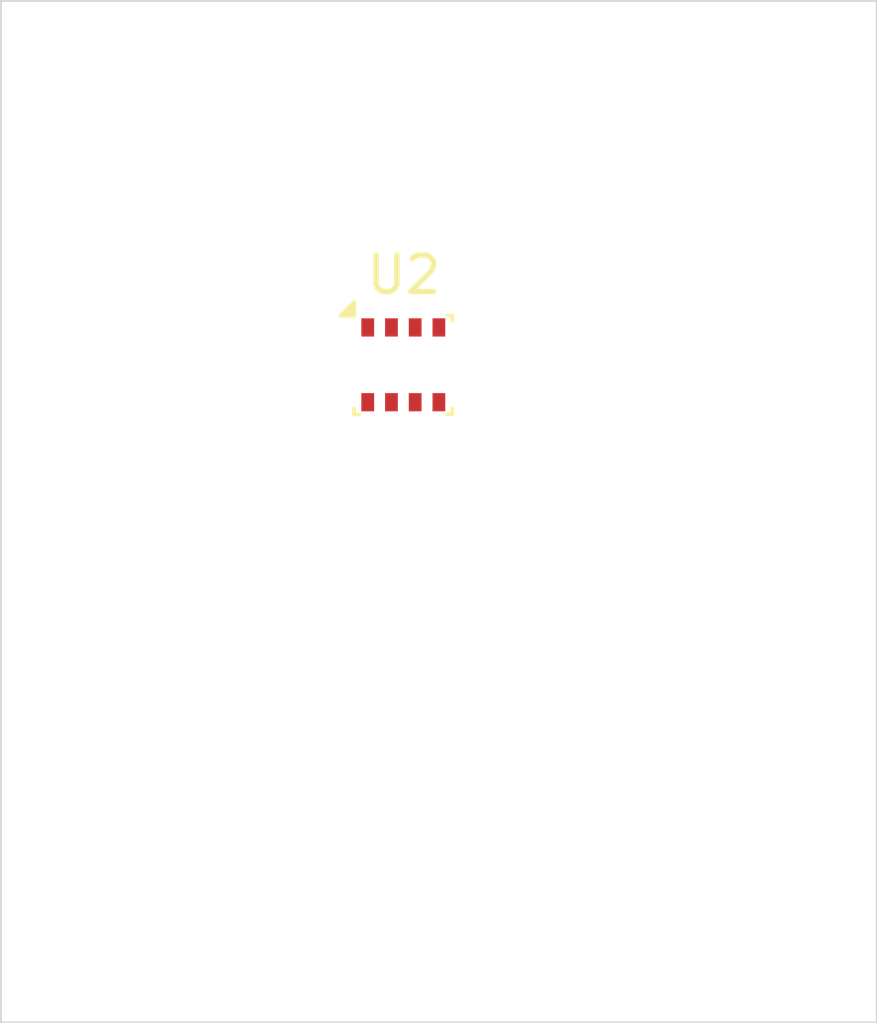
<source format=kicad_pcb>
(kicad_pcb (version 20240108) (generator "pcbnew") (generator_version "8.0")
  (layers (0 "F.Cu" signal) (31 "B.Cu" signal) (34 "B.Paste" user) (35 "F.Paste" user) (36 "B.SilkS" user "B.Silkscreen") (37 "F.SilkS" user "F.Silkscreen") (38 "B.Mask" user) (39 "F.Mask" user) (44 "Edge.Cuts" user))
  (net 0 "")
  (net 2 "Net-(U1-PA9_A5_D5_SCL)")
  (net 3 "GND")
  (net 4 "Net-(U1-PA8_A4_D4_SDA)")
  (net 5 "Net-(SW1-C)")
  (footprint "Package_LGA:Bosch_LGA-8_2.5x2.5mm_P0.65mm_ClockwisePinNumbering" (layer "F.Cu") (at 100.525 84.975)
    (property "Reference" "U2" (at 0.015 -2.465 0) (layer "F.SilkS"))
    (property "Value" "BME280")
    (fp_line (start -1.35 1.35) (end -1.35 1.2) (stroke (width 0.1)) (layer "F.SilkS"))
    (fp_line (start -1.35 1.36) (end -1.2 1.36) (stroke (width 0.1)) (layer "F.SilkS"))
    (fp_line (start 1.2 -1.35) (end 1.35 -1.35) (stroke (width 0.1)) (layer "F.SilkS"))
    (fp_line (start 1.35 -1.35) (end 1.35 -1.2) (stroke (width 0.1)) (layer "F.SilkS"))
    (fp_line (start 1.35 1.35) (end 1.2 1.35) (stroke (width 0.1)) (layer "F.SilkS"))
    (fp_line (start 1.35 1.35) (end 1.35 1.2) (stroke (width 0.1)) (layer "F.SilkS"))
    (fp_poly (pts (xy -1.35 -1.35) (xy -1.71 -1.35) (xy -1.35 -1.71) (xy -1.35 -1.35)) (stroke (width 0.12)) (fill solid) (layer "F.SilkS"))
    (pad "1" smd rect (at -0.975 -1.025 90) (size 0.5 0.35) (layers "F.Cu" "F.Paste" "F.Mask") (net 3 "GND"))
    (pad "2" smd rect (at -0.325 -1.025 90) (size 0.5 0.35) (layers "F.Cu" "F.Paste" "F.Mask"))
    (pad "3" smd rect (at 0.325 -1.025 90) (size 0.5 0.35) (layers "F.Cu" "F.Paste" "F.Mask") (net 4 "Net-(U1-PA8_A4_D4_SDA)"))
    (pad "4" smd rect (at 0.975 -1.025 90) (size 0.5 0.35) (layers "F.Cu" "F.Paste" "F.Mask") (net 2 "Net-(U1-PA9_A5_D5_SCL)"))
    (pad "5" smd rect (at 0.975 1.025 90) (size 0.5 0.35) (layers "F.Cu" "F.Paste" "F.Mask"))
    (pad "6" smd rect (at 0.325 1.025 90) (size 0.5 0.35) (layers "F.Cu" "F.Paste" "F.Mask"))
    (pad "7" smd rect (at -0.325 1.025 90) (size 0.5 0.35) (layers "F.Cu" "F.Paste" "F.Mask"))
    (pad "8" smd rect (at -0.975 1.025 90) (size 0.5 0.35) (layers "F.Cu" "F.Paste" "F.Mask") (net 5 "Net-(SW1-C)"))
  )
  (gr_line (start 89.5 75) (end 89.5 103) (stroke (width 0.05)) (layer "Edge.Cuts"))
  (gr_line (start 113.5 103) (end 113.5 75) (stroke (width 0.05)) (layer "Edge.Cuts"))
  (gr_line (start 113.5 75) (end 89.5 75) (stroke (width 0.05)) (layer "Edge.Cuts"))
  (gr_line (start 89.5 103) (end 113.5 103) (stroke (width 0.05)) (layer "Edge.Cuts"))
)
</source>
